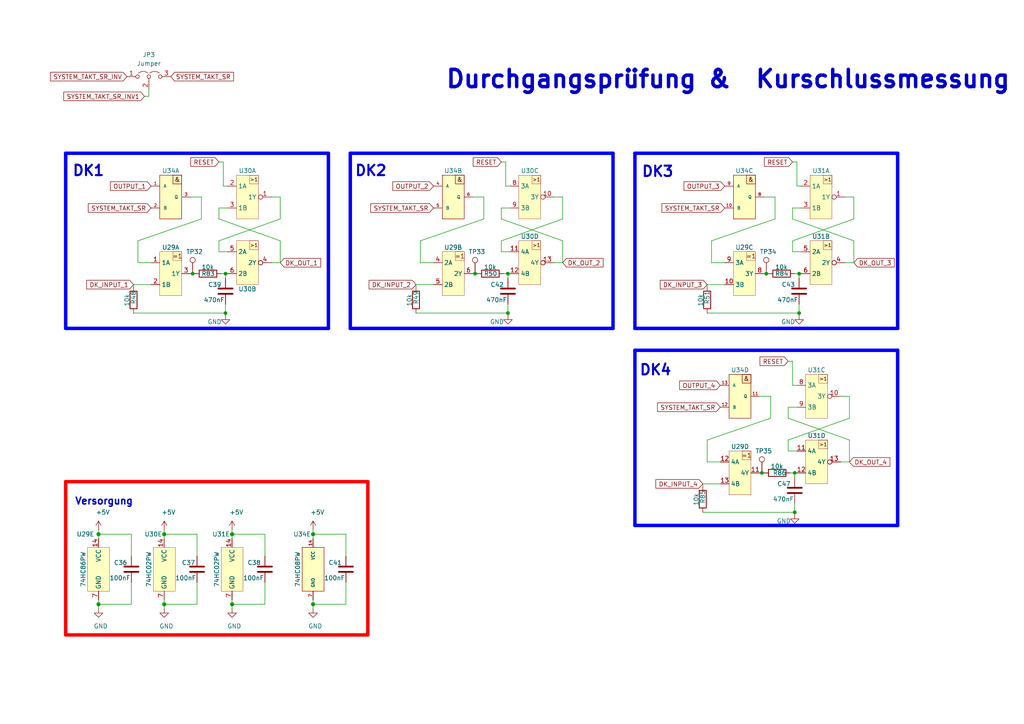
<source format=kicad_sch>
(kicad_sch (version 20210126) (generator eeschema)
  (paper "A4")
  (title_block (title "Kabeltester") (company "BMK Group") (comment 1 "Erstellt: Maximilian Hoffmann") (comment 2 "Geprüft: Robert Schulz"))
  (junction (at 28.575 154.94) (diameter 1.016))
  (junction (at 28.575 175.26) (diameter 1.016))
  (junction (at 47.625 154.94) (diameter 1.016))
  (junction (at 47.625 175.26) (diameter 1.016))
  (junction (at 55.88 79.375) (diameter 0.9144))
  (junction (at 65.405 79.375) (diameter 0.9144))
  (junction (at 65.405 90.805) (diameter 0.9144))
  (junction (at 67.31 154.94) (diameter 1.016))
  (junction (at 67.31 175.26) (diameter 1.016))
  (junction (at 90.805 154.94) (diameter 1.016))
  (junction (at 90.805 175.26) (diameter 1.016))
  (junction (at 137.795 79.375) (diameter 0.9144))
  (junction (at 147.32 79.375) (diameter 0.9144))
  (junction (at 147.32 90.805) (diameter 0.9144))
  (junction (at 220.98 137.16) (diameter 0.9144))
  (junction (at 222.25 79.375) (diameter 0.9144))
  (junction (at 230.505 137.16) (diameter 0.9144))
  (junction (at 230.505 148.59) (diameter 0.9144))
  (junction (at 231.775 79.375) (diameter 0.9144))
  (junction (at 231.775 90.805) (diameter 0.9144))
  (wire (pts (xy 28.575 154.94) (xy 28.575 153.67)))
  (wire (pts (xy 28.575 154.94) (xy 28.575 156.21)))
  (wire (pts (xy 28.575 173.99) (xy 28.575 175.26)))
  (wire (pts (xy 28.575 175.26) (xy 28.575 176.53)))
  (wire (pts (xy 38.1 154.94) (xy 28.575 154.94)))
  (wire (pts (xy 38.1 161.29) (xy 38.1 154.94)))
  (wire (pts (xy 38.1 168.91) (xy 38.1 175.26)))
  (wire (pts (xy 38.1 175.26) (xy 28.575 175.26)))
  (wire (pts (xy 38.735 82.55) (xy 38.735 83.185)))
  (wire (pts (xy 38.735 90.805) (xy 65.405 90.805)))
  (wire (pts (xy 40.005 69.85) (xy 40.005 76.2)))
  (wire (pts (xy 40.005 69.85) (xy 58.42 63.5)))
  (wire (pts (xy 40.005 76.2) (xy 43.815 76.2)))
  (wire (pts (xy 43.18 26.035) (xy 43.18 27.94)))
  (wire (pts (xy 43.18 27.94) (xy 41.91 27.94)))
  (wire (pts (xy 43.815 82.55) (xy 38.735 82.55)))
  (wire (pts (xy 47.625 154.94) (xy 47.625 153.67)))
  (wire (pts (xy 47.625 154.94) (xy 47.625 156.21)))
  (wire (pts (xy 47.625 173.99) (xy 47.625 175.26)))
  (wire (pts (xy 47.625 175.26) (xy 47.625 176.53)))
  (wire (pts (xy 55.245 57.15) (xy 58.42 57.15)))
  (wire (pts (xy 55.245 79.375) (xy 55.88 79.375)))
  (wire (pts (xy 55.88 78.74) (xy 55.88 79.375)))
  (wire (pts (xy 55.88 79.375) (xy 56.515 79.375)))
  (wire (pts (xy 57.15 154.94) (xy 47.625 154.94)))
  (wire (pts (xy 57.15 161.29) (xy 57.15 154.94)))
  (wire (pts (xy 57.15 168.91) (xy 57.15 175.26)))
  (wire (pts (xy 57.15 175.26) (xy 47.625 175.26)))
  (wire (pts (xy 58.42 57.15) (xy 58.42 63.5)))
  (wire (pts (xy 63.5 60.325) (xy 63.5 63.5)))
  (wire (pts (xy 63.5 63.5) (xy 81.28 69.85)))
  (wire (pts (xy 63.5 69.85) (xy 81.28 63.5)))
  (wire (pts (xy 63.5 73.025) (xy 63.5 69.85)))
  (wire (pts (xy 64.135 79.375) (xy 65.405 79.375)))
  (wire (pts (xy 64.77 46.99) (xy 63.5 46.99)))
  (wire (pts (xy 64.77 46.99) (xy 64.77 53.975)))
  (wire (pts (xy 64.77 53.975) (xy 66.04 53.975)))
  (wire (pts (xy 65.405 79.375) (xy 65.405 80.645)))
  (wire (pts (xy 65.405 79.375) (xy 66.04 79.375)))
  (wire (pts (xy 65.405 90.805) (xy 65.405 88.265)))
  (wire (pts (xy 65.405 90.805) (xy 65.405 91.44)))
  (wire (pts (xy 66.04 60.325) (xy 63.5 60.325)))
  (wire (pts (xy 66.04 73.025) (xy 63.5 73.025)))
  (wire (pts (xy 67.31 154.94) (xy 67.31 153.67)))
  (wire (pts (xy 67.31 154.94) (xy 67.31 156.21)))
  (wire (pts (xy 67.31 173.99) (xy 67.31 175.26)))
  (wire (pts (xy 67.31 175.26) (xy 67.31 176.53)))
  (wire (pts (xy 76.835 154.94) (xy 67.31 154.94)))
  (wire (pts (xy 76.835 161.29) (xy 76.835 154.94)))
  (wire (pts (xy 76.835 168.91) (xy 76.835 175.26)))
  (wire (pts (xy 76.835 175.26) (xy 67.31 175.26)))
  (wire (pts (xy 78.74 57.15) (xy 81.28 57.15)))
  (wire (pts (xy 78.74 76.2) (xy 81.28 76.2)))
  (wire (pts (xy 81.28 57.15) (xy 81.28 63.5)))
  (wire (pts (xy 81.28 69.85) (xy 81.28 76.2)))
  (wire (pts (xy 90.805 154.94) (xy 90.805 153.67)))
  (wire (pts (xy 90.805 154.94) (xy 90.805 156.21)))
  (wire (pts (xy 90.805 173.99) (xy 90.805 175.26)))
  (wire (pts (xy 90.805 175.26) (xy 90.805 176.53)))
  (wire (pts (xy 100.33 154.94) (xy 90.805 154.94)))
  (wire (pts (xy 100.33 161.29) (xy 100.33 154.94)))
  (wire (pts (xy 100.33 168.91) (xy 100.33 175.26)))
  (wire (pts (xy 100.33 175.26) (xy 90.805 175.26)))
  (wire (pts (xy 120.65 82.55) (xy 120.65 83.185)))
  (wire (pts (xy 120.65 90.805) (xy 147.32 90.805)))
  (wire (pts (xy 121.92 69.85) (xy 121.92 76.2)))
  (wire (pts (xy 121.92 69.85) (xy 140.335 63.5)))
  (wire (pts (xy 121.92 76.2) (xy 125.73 76.2)))
  (wire (pts (xy 125.73 82.55) (xy 120.65 82.55)))
  (wire (pts (xy 137.16 57.15) (xy 140.335 57.15)))
  (wire (pts (xy 137.16 79.375) (xy 137.795 79.375)))
  (wire (pts (xy 137.795 78.74) (xy 137.795 79.375)))
  (wire (pts (xy 137.795 79.375) (xy 138.43 79.375)))
  (wire (pts (xy 140.335 57.15) (xy 140.335 63.5)))
  (wire (pts (xy 145.415 60.325) (xy 145.415 63.5)))
  (wire (pts (xy 145.415 63.5) (xy 163.195 69.85)))
  (wire (pts (xy 145.415 69.85) (xy 163.195 63.5)))
  (wire (pts (xy 145.415 73.025) (xy 145.415 69.85)))
  (wire (pts (xy 146.05 79.375) (xy 147.32 79.375)))
  (wire (pts (xy 146.685 46.99) (xy 145.415 46.99)))
  (wire (pts (xy 146.685 46.99) (xy 146.685 53.975)))
  (wire (pts (xy 146.685 53.975) (xy 147.955 53.975)))
  (wire (pts (xy 147.32 79.375) (xy 147.32 80.645)))
  (wire (pts (xy 147.32 79.375) (xy 147.955 79.375)))
  (wire (pts (xy 147.32 90.805) (xy 147.32 88.265)))
  (wire (pts (xy 147.32 90.805) (xy 147.32 91.44)))
  (wire (pts (xy 147.955 60.325) (xy 145.415 60.325)))
  (wire (pts (xy 147.955 73.025) (xy 145.415 73.025)))
  (wire (pts (xy 160.655 57.15) (xy 163.195 57.15)))
  (wire (pts (xy 160.655 76.2) (xy 163.195 76.2)))
  (wire (pts (xy 163.195 57.15) (xy 163.195 63.5)))
  (wire (pts (xy 163.195 69.85) (xy 163.195 76.2)))
  (wire (pts (xy 203.835 140.335) (xy 203.835 140.97)))
  (wire (pts (xy 203.835 148.59) (xy 230.505 148.59)))
  (wire (pts (xy 205.105 82.55) (xy 205.105 83.185)))
  (wire (pts (xy 205.105 90.805) (xy 231.775 90.805)))
  (wire (pts (xy 205.105 127.635) (xy 205.105 133.985)))
  (wire (pts (xy 205.105 127.635) (xy 223.52 121.285)))
  (wire (pts (xy 205.105 133.985) (xy 208.915 133.985)))
  (wire (pts (xy 206.375 69.85) (xy 206.375 76.2)))
  (wire (pts (xy 206.375 69.85) (xy 224.79 63.5)))
  (wire (pts (xy 206.375 76.2) (xy 210.185 76.2)))
  (wire (pts (xy 208.915 140.335) (xy 203.835 140.335)))
  (wire (pts (xy 210.185 82.55) (xy 205.105 82.55)))
  (wire (pts (xy 220.345 114.935) (xy 223.52 114.935)))
  (wire (pts (xy 220.345 137.16) (xy 220.98 137.16)))
  (wire (pts (xy 220.98 136.525) (xy 220.98 137.16)))
  (wire (pts (xy 220.98 137.16) (xy 221.615 137.16)))
  (wire (pts (xy 221.615 57.15) (xy 224.79 57.15)))
  (wire (pts (xy 221.615 79.375) (xy 222.25 79.375)))
  (wire (pts (xy 222.25 78.74) (xy 222.25 79.375)))
  (wire (pts (xy 222.25 79.375) (xy 222.885 79.375)))
  (wire (pts (xy 223.52 114.935) (xy 223.52 121.285)))
  (wire (pts (xy 224.79 57.15) (xy 224.79 63.5)))
  (wire (pts (xy 228.6 118.11) (xy 228.6 121.285)))
  (wire (pts (xy 228.6 121.285) (xy 246.38 127.635)))
  (wire (pts (xy 228.6 127.635) (xy 246.38 121.285)))
  (wire (pts (xy 228.6 130.81) (xy 228.6 127.635)))
  (wire (pts (xy 229.235 137.16) (xy 230.505 137.16)))
  (wire (pts (xy 229.87 60.325) (xy 229.87 63.5)))
  (wire (pts (xy 229.87 63.5) (xy 247.65 69.85)))
  (wire (pts (xy 229.87 69.85) (xy 247.65 63.5)))
  (wire (pts (xy 229.87 73.025) (xy 229.87 69.85)))
  (wire (pts (xy 229.87 104.775) (xy 228.6 104.775)))
  (wire (pts (xy 229.87 104.775) (xy 229.87 111.76)))
  (wire (pts (xy 229.87 111.76) (xy 231.14 111.76)))
  (wire (pts (xy 230.505 79.375) (xy 231.775 79.375)))
  (wire (pts (xy 230.505 137.16) (xy 230.505 138.43)))
  (wire (pts (xy 230.505 137.16) (xy 231.14 137.16)))
  (wire (pts (xy 230.505 148.59) (xy 230.505 146.05)))
  (wire (pts (xy 230.505 148.59) (xy 230.505 149.225)))
  (wire (pts (xy 231.14 46.99) (xy 229.87 46.99)))
  (wire (pts (xy 231.14 46.99) (xy 231.14 53.975)))
  (wire (pts (xy 231.14 53.975) (xy 232.41 53.975)))
  (wire (pts (xy 231.14 118.11) (xy 228.6 118.11)))
  (wire (pts (xy 231.14 130.81) (xy 228.6 130.81)))
  (wire (pts (xy 231.775 79.375) (xy 231.775 80.645)))
  (wire (pts (xy 231.775 79.375) (xy 232.41 79.375)))
  (wire (pts (xy 231.775 90.805) (xy 231.775 88.265)))
  (wire (pts (xy 231.775 90.805) (xy 231.775 91.44)))
  (wire (pts (xy 232.41 60.325) (xy 229.87 60.325)))
  (wire (pts (xy 232.41 73.025) (xy 229.87 73.025)))
  (wire (pts (xy 243.84 114.935) (xy 246.38 114.935)))
  (wire (pts (xy 243.84 133.985) (xy 246.38 133.985)))
  (wire (pts (xy 245.11 57.15) (xy 247.65 57.15)))
  (wire (pts (xy 245.11 76.2) (xy 247.65 76.2)))
  (wire (pts (xy 246.38 114.935) (xy 246.38 121.285)))
  (wire (pts (xy 246.38 127.635) (xy 246.38 133.985)))
  (wire (pts (xy 247.65 57.15) (xy 247.65 63.5)))
  (wire (pts (xy 247.65 69.85) (xy 247.65 76.2)))
  (polyline (pts (xy 19.05 44.45) (xy 19.05 95.25)) (stroke (width 1) (type solid) (color 0 0 255 1)))
  (polyline (pts (xy 19.05 44.45) (xy 95.25 44.45)) (stroke (width 1) (type solid) (color 0 0 255 1)))
  (polyline (pts (xy 19.05 139.7) (xy 19.05 184.15)) (stroke (width 1) (type solid) (color 255 0 0 1)))
  (polyline (pts (xy 19.05 139.7) (xy 106.68 139.7)) (stroke (width 1) (type solid) (color 255 0 0 1)))
  (polyline (pts (xy 95.25 44.45) (xy 95.25 95.25)) (stroke (width 1) (type solid) (color 0 0 255 1)))
  (polyline (pts (xy 95.25 95.25) (xy 19.05 95.25)) (stroke (width 1) (type solid) (color 0 0 255 1)))
  (polyline (pts (xy 101.6 44.45) (xy 101.6 95.25)) (stroke (width 1) (type solid) (color 0 0 255 1)))
  (polyline (pts (xy 101.6 44.45) (xy 177.8 44.45)) (stroke (width 1) (type solid) (color 0 0 255 1)))
  (polyline (pts (xy 106.68 139.7) (xy 106.68 184.15)) (stroke (width 1) (type solid) (color 255 0 0 1)))
  (polyline (pts (xy 106.68 184.15) (xy 19.05 184.15)) (stroke (width 1) (type solid) (color 255 0 0 1)))
  (polyline (pts (xy 177.8 44.45) (xy 177.8 95.25)) (stroke (width 1) (type solid) (color 0 0 255 1)))
  (polyline (pts (xy 177.8 95.25) (xy 101.6 95.25)) (stroke (width 1) (type solid) (color 0 0 255 1)))
  (polyline (pts (xy 184.15 44.45) (xy 184.15 95.25)) (stroke (width 1) (type solid) (color 0 0 255 1)))
  (polyline (pts (xy 184.15 44.45) (xy 260.35 44.45)) (stroke (width 1) (type solid) (color 0 0 255 1)))
  (polyline (pts (xy 184.15 101.6) (xy 184.15 152.4)) (stroke (width 1) (type solid) (color 0 0 255 1)))
  (polyline (pts (xy 184.15 101.6) (xy 260.35 101.6)) (stroke (width 1) (type solid) (color 0 0 255 1)))
  (polyline (pts (xy 260.35 44.45) (xy 260.35 95.25)) (stroke (width 1) (type solid) (color 0 0 255 1)))
  (polyline (pts (xy 260.35 95.25) (xy 184.15 95.25)) (stroke (width 1) (type solid) (color 0 0 255 1)))
  (polyline (pts (xy 260.35 101.6) (xy 260.35 152.4)) (stroke (width 1) (type solid) (color 0 0 255 1)))
  (polyline (pts (xy 260.35 152.4) (xy 184.15 152.4)) (stroke (width 1) (type solid) (color 0 0 255 1)))
  (text "DK1" (at 30.48 51.435 180) (effects (font (size 3 3) (thickness 0.6) bold) (justify right bottom)))
  (text "Versorgung" (at 38.735 146.685 180) (effects (font (size 2 2) (thickness 0.4) bold) (justify right bottom)))
  (text "DK2\n" (at 112.395 51.435 180) (effects (font (size 3 3) (thickness 0.6) bold) (justify right bottom)))
  (text "DK4\n" (at 194.945 109.22 180) (effects (font (size 3 3) (thickness 0.6) bold) (justify right bottom)))
  (text "DK3\n\n" (at 195.58 56.515 180) (effects (font (size 3 3) (thickness 0.6) bold) (justify right bottom)))
  (text "Durchgangsprüfung &  Kurschlussmessung\n" (at 293.37 26.035 180) (effects (font (size 5 5) (thickness 1) bold) (justify right bottom)))
  (global_label "SYSTEM_TAKT_SR_INV" (shape input) (at 36.83 22.225 180) (property "Intersheet References" "${INTERSHEET_REFS}" (effects hide)))
  (global_label "DK_INPUT_1" (shape input) (at 38.735 82.55 180) (property "Intersheet References" "${INTERSHEET_REFS}" (effects hide)))
  (global_label "SYSTEM_TAKT_SR_INV1" (shape input) (at 41.91 27.94 180) (property "Intersheet References" "${INTERSHEET_REFS}" (effects hide)))
  (global_label "OUTPUT_1" (shape input) (at 43.815 53.975 180) (property "Intersheet References" "${INTERSHEET_REFS}" (effects hide)))
  (global_label "SYSTEM_TAKT_SR" (shape input) (at 43.815 60.325 180) (property "Intersheet References" "${INTERSHEET_REFS}" (effects hide)))
  (global_label "SYSTEM_TAKT_SR" (shape input) (at 49.53 22.225 0) (property "Intersheet References" "${INTERSHEET_REFS}" (effects hide)))
  (global_label "RESET" (shape input) (at 63.5 46.99 180) (property "Intersheet References" "${INTERSHEET_REFS}" (effects hide)))
  (global_label "DK_OUT_1" (shape input) (at 81.28 76.2 0) (property "Intersheet References" "${INTERSHEET_REFS}" (effects hide)))
  (global_label "DK_INPUT_2" (shape input) (at 120.65 82.55 180) (property "Intersheet References" "${INTERSHEET_REFS}" (effects hide)))
  (global_label "OUTPUT_2" (shape input) (at 125.73 53.975 180) (property "Intersheet References" "${INTERSHEET_REFS}" (effects hide)))
  (global_label "SYSTEM_TAKT_SR" (shape input) (at 125.73 60.325 180) (property "Intersheet References" "${INTERSHEET_REFS}" (effects hide)))
  (global_label "RESET" (shape input) (at 145.415 46.99 180) (property "Intersheet References" "${INTERSHEET_REFS}" (effects hide)))
  (global_label "DK_OUT_2" (shape input) (at 163.195 76.2 0) (property "Intersheet References" "${INTERSHEET_REFS}" (effects hide)))
  (global_label "DK_INPUT_4" (shape input) (at 203.835 140.335 180) (property "Intersheet References" "${INTERSHEET_REFS}" (effects hide)))
  (global_label "DK_INPUT_3" (shape input) (at 205.105 82.55 180) (property "Intersheet References" "${INTERSHEET_REFS}" (effects hide)))
  (global_label "OUTPUT_4" (shape input) (at 208.915 111.76 180) (property "Intersheet References" "${INTERSHEET_REFS}" (effects hide)))
  (global_label "SYSTEM_TAKT_SR" (shape input) (at 208.915 118.11 180) (property "Intersheet References" "${INTERSHEET_REFS}" (effects hide)))
  (global_label "OUTPUT_3" (shape input) (at 210.185 53.975 180) (property "Intersheet References" "${INTERSHEET_REFS}" (effects hide)))
  (global_label "SYSTEM_TAKT_SR" (shape input) (at 210.185 60.325 180) (property "Intersheet References" "${INTERSHEET_REFS}" (effects hide)))
  (global_label "RESET" (shape input) (at 228.6 104.775 180) (property "Intersheet References" "${INTERSHEET_REFS}" (effects hide)))
  (global_label "RESET" (shape input) (at 229.87 46.99 180) (property "Intersheet References" "${INTERSHEET_REFS}" (effects hide)))
  (global_label "DK_OUT_4" (shape input) (at 246.38 133.985 0) (property "Intersheet References" "${INTERSHEET_REFS}" (effects hide)))
  (global_label "DK_OUT_3" (shape input) (at 247.65 76.2 0) (property "Intersheet References" "${INTERSHEET_REFS}" (effects hide)))
  (symbol (lib_id "Connector:TestPoint") (at 55.88 78.74 0) (unit 1)
    (property "Reference" "TP32" (at 53.975 73.025 0) (effects (justify left)))
    (property "Value" "TestPoint" (effects hide))
    (property "Footprint" "TestPoint:TestPoint_Pad_D1.0mm" (effects hide))
    (property "BMK-Nr" "-" (effects hide))
    (property "Mouser" "-" (effects hide))
  )
  (symbol (lib_id "Connector:TestPoint") (at 137.795 78.74 0) (unit 1)
    (property "Reference" "TP33" (at 135.89 73.025 0) (effects (justify left)))
    (property "Value" "TestPoint" (effects hide))
    (property "Footprint" "TestPoint:TestPoint_Pad_D1.0mm" (effects hide))
    (property "BMK-Nr" "-" (effects hide))
    (property "Mouser" "-" (effects hide))
  )
  (symbol (lib_id "Connector:TestPoint") (at 220.98 136.525 0) (unit 1)
    (property "Reference" "TP35" (at 219.075 130.81 0) (effects (justify left)))
    (property "Value" "TestPoint" (effects hide))
    (property "Footprint" "TestPoint:TestPoint_Pad_D1.0mm" (effects hide))
    (property "BMK-Nr" "-" (effects hide))
    (property "Mouser" "-" (effects hide))
  )
  (symbol (lib_id "Connector:TestPoint") (at 222.25 78.74 0) (unit 1)
    (property "Reference" "TP34" (at 220.345 73.025 0) (effects (justify left)))
    (property "Value" "TestPoint" (effects hide))
    (property "Footprint" "TestPoint:TestPoint_Pad_D1.0mm" (effects hide))
    (property "BMK-Nr" "-" (effects hide))
    (property "Mouser" "-" (effects hide))
  )
  (symbol (lib_id "power:+5V") (at 28.575 153.67 0) (unit 1)
    (property "Reference" "#PWR0112" (effects hide))
    (property "Value" "+5V" (at 29.845 148.59 0))
  )
  (symbol (lib_id "power:+5V") (at 47.625 153.67 0) (unit 1)
    (property "Reference" "#PWR0115" (effects hide))
    (property "Value" "+5V" (at 48.895 148.59 0))
  )
  (symbol (lib_id "power:+5V") (at 67.31 153.67 0) (unit 1)
    (property "Reference" "#PWR0117" (effects hide))
    (property "Value" "+5V" (at 68.58 148.59 0))
  )
  (symbol (lib_id "power:+5V") (at 90.805 153.67 0) (unit 1)
    (property "Reference" "#PWR0119" (effects hide))
    (property "Value" "+5V" (at 92.075 148.59 0))
  )
  (symbol (lib_id "power:GND") (at 28.575 176.53 0) (unit 1)
    (property "Reference" "#PWR0113" (effects hide))
    (property "Value" "GND" (at 29.21 181.61 0))
  )
  (symbol (lib_id "power:GND") (at 47.625 176.53 0) (unit 1)
    (property "Reference" "#PWR0116" (effects hide))
    (property "Value" "GND" (at 48.26 181.61 0))
  )
  (symbol (lib_id "power:GND") (at 65.405 91.44 0) (unit 1)
    (property "Reference" "#PWR071" (effects hide))
    (property "Value" "GND" (at 62.23 93.345 0))
  )
  (symbol (lib_id "power:GND") (at 67.31 176.53 0) (unit 1)
    (property "Reference" "#PWR0118" (effects hide))
    (property "Value" "GND" (at 67.945 181.61 0))
  )
  (symbol (lib_id "power:GND") (at 90.805 176.53 0) (unit 1)
    (property "Reference" "#PWR0120" (effects hide))
    (property "Value" "GND" (at 91.44 181.61 0))
  )
  (symbol (lib_id "power:GND") (at 147.32 91.44 0) (unit 1)
    (property "Reference" "#PWR0121" (effects hide))
    (property "Value" "GND" (at 144.145 93.345 0))
  )
  (symbol (lib_id "power:GND") (at 230.505 149.225 0) (unit 1)
    (property "Reference" "#PWR0123" (effects hide))
    (property "Value" "GND" (at 227.33 151.13 0))
  )
  (symbol (lib_id "power:GND") (at 231.775 91.44 0) (unit 1)
    (property "Reference" "#PWR0122" (effects hide))
    (property "Value" "GND" (at 228.6 93.345 0))
  )
  (symbol (lib_name "Device:R_1") (lib_id "Device:R") (at 38.735 86.995 0) (unit 1)
    (property "Reference" "R48" (at 38.735 88.265 90) (effects (justify left)))
    (property "Value" "10k" (at 36.83 88.9 90) (effects (justify left)))
    (property "Footprint" "Resistor_SMD:R_0603_1608Metric_Pad0.98x0.95mm_HandSolder" (effects hide))
    (property "BMK-Nr" "BS" (effects hide))
    (property "Mouser" "-" (effects hide))
  )
  (symbol (lib_name "Device:R_1") (lib_id "Device:R") (at 60.325 79.375 270) (unit 1)
    (property "Reference" "R83" (at 58.42 79.375 90) (effects (justify left)))
    (property "Value" "10k" (at 58.42 77.47 90) (effects (justify left)))
    (property "Footprint" "Resistor_SMD:R_0603_1608Metric_Pad0.98x0.95mm_HandSolder" (effects hide))
    (property "BMK-Nr" "BS" (effects hide))
    (property "Mouser" "-" (effects hide))
  )
  (symbol (lib_name "Device:R_1") (lib_id "Device:R") (at 120.65 86.995 0) (unit 1)
    (property "Reference" "R49" (at 120.65 88.265 90) (effects (justify left)))
    (property "Value" "10k" (at 118.745 88.9 90) (effects (justify left)))
    (property "Footprint" "Resistor_SMD:R_0603_1608Metric_Pad0.98x0.95mm_HandSolder" (effects hide))
    (property "BMK-Nr" "BS" (effects hide))
    (property "Mouser" "-" (effects hide))
  )
  (symbol (lib_name "Device:R_1") (lib_id "Device:R") (at 142.24 79.375 270) (unit 1)
    (property "Reference" "R50" (at 140.335 79.375 90) (effects (justify left)))
    (property "Value" "10k" (at 140.335 77.47 90) (effects (justify left)))
    (property "Footprint" "Resistor_SMD:R_0603_1608Metric_Pad0.98x0.95mm_HandSolder" (effects hide))
    (property "BMK-Nr" "BS" (effects hide))
    (property "Mouser" "-" (effects hide))
  )
  (symbol (lib_name "Device:R_1") (lib_id "Device:R") (at 203.835 144.78 0) (unit 1)
    (property "Reference" "R85" (at 203.835 146.05 90) (effects (justify left)))
    (property "Value" "10k" (at 201.93 146.685 90) (effects (justify left)))
    (property "Footprint" "Resistor_SMD:R_0603_1608Metric_Pad0.98x0.95mm_HandSolder" (effects hide))
    (property "BMK-Nr" "BS" (effects hide))
    (property "Mouser" "-" (effects hide))
  )
  (symbol (lib_name "Device:R_1") (lib_id "Device:R") (at 205.105 86.995 0) (unit 1)
    (property "Reference" "R51" (at 205.105 88.265 90) (effects (justify left)))
    (property "Value" "10k" (at 203.2 88.9 90) (effects (justify left)))
    (property "Footprint" "Resistor_SMD:R_0603_1608Metric_Pad0.98x0.95mm_HandSolder" (effects hide))
    (property "BMK-Nr" "BS" (effects hide))
    (property "Mouser" "-" (effects hide))
  )
  (symbol (lib_name "Device:R_1") (lib_id "Device:R") (at 225.425 137.16 270) (unit 1)
    (property "Reference" "R86" (at 224.155 137.16 90) (effects (justify left)))
    (property "Value" "10k" (at 223.52 135.255 90) (effects (justify left)))
    (property "Footprint" "Resistor_SMD:R_0603_1608Metric_Pad0.98x0.95mm_HandSolder" (effects hide))
    (property "BMK-Nr" "BS" (effects hide))
    (property "Mouser" "-" (effects hide))
  )
  (symbol (lib_name "Device:R_1") (lib_id "Device:R") (at 226.695 79.375 270) (unit 1)
    (property "Reference" "R84" (at 224.79 79.375 90) (effects (justify left)))
    (property "Value" "10k" (at 224.79 77.47 90) (effects (justify left)))
    (property "Footprint" "Resistor_SMD:R_0603_1608Metric_Pad0.98x0.95mm_HandSolder" (effects hide))
    (property "BMK-Nr" "BS" (effects hide))
    (property "Mouser" "-" (effects hide))
  )
  (symbol (lib_name "Device:C_5") (lib_id "Device:C") (at 38.1 165.1 0) (unit 1)
    (property "Reference" "C36" (at 33.02 163.195 0) (effects (justify left)))
    (property "Value" "100nF" (at 31.75 167.64 0) (effects (justify left)))
    (property "Footprint" "Capacitor_SMD:C_0603_1608Metric_Pad1.08x0.95mm_HandSolder" (effects hide))
    (property "BMK-Nr" "BS" (effects hide))
  )
  (symbol (lib_name "Device:C_7") (lib_id "Device:C") (at 57.15 165.1 0) (unit 1)
    (property "Reference" "C37" (at 52.705 163.195 0) (effects (justify left)))
    (property "Value" "100nF" (at 50.8 167.64 0) (effects (justify left)))
    (property "Footprint" "Capacitor_SMD:C_0603_1608Metric_Pad1.08x0.95mm_HandSolder" (effects hide))
    (property "BMK-Nr" "BS" (effects hide))
  )
  (symbol (lib_name "Device:C_5") (lib_id "Device:C") (at 65.405 84.455 0) (unit 1)
    (property "Reference" "C39" (at 60.325 82.55 0) (effects (justify left)))
    (property "Value" "470nF" (at 59.055 86.995 0) (effects (justify left)))
    (property "Footprint" "Capacitor_SMD:C_0603_1608Metric_Pad1.08x0.95mm_HandSolder" (effects hide))
    (property "BMK-Nr" "BS" (effects hide))
  )
  (symbol (lib_name "Device:C_6") (lib_id "Device:C") (at 76.835 165.1 0) (unit 1)
    (property "Reference" "C38" (at 71.755 163.195 0) (effects (justify left)))
    (property "Value" "100nF" (at 70.485 167.64 0) (effects (justify left)))
    (property "Footprint" "Capacitor_SMD:C_0603_1608Metric_Pad1.08x0.95mm_HandSolder" (effects hide))
    (property "BMK-Nr" "BS" (effects hide))
  )
  (symbol (lib_name "Device:C_6") (lib_id "Device:C") (at 100.33 165.1 0) (unit 1)
    (property "Reference" "C41" (at 95.25 163.195 0) (effects (justify left)))
    (property "Value" "100nF" (at 93.98 167.64 0) (effects (justify left)))
    (property "Footprint" "Capacitor_SMD:C_0603_1608Metric_Pad1.08x0.95mm_HandSolder" (effects hide))
    (property "BMK-Nr" "BS" (effects hide))
  )
  (symbol (lib_name "Device:C_5") (lib_id "Device:C") (at 147.32 84.455 0) (unit 1)
    (property "Reference" "C42" (at 142.24 82.55 0) (effects (justify left)))
    (property "Value" "470nF" (at 140.97 86.995 0) (effects (justify left)))
    (property "Footprint" "Capacitor_SMD:C_0603_1608Metric_Pad1.08x0.95mm_HandSolder" (effects hide))
    (property "BMK-Nr" "BS" (effects hide))
  )
  (symbol (lib_name "Device:C_5") (lib_id "Device:C") (at 230.505 142.24 0) (unit 1)
    (property "Reference" "C47" (at 225.425 140.335 0) (effects (justify left)))
    (property "Value" "470nF" (at 224.155 144.78 0) (effects (justify left)))
    (property "Footprint" "Capacitor_SMD:C_0603_1608Metric_Pad1.08x0.95mm_HandSolder" (effects hide))
    (property "BMK-Nr" "BS" (effects hide))
  )
  (symbol (lib_name "Device:C_5") (lib_id "Device:C") (at 231.775 84.455 0) (unit 1)
    (property "Reference" "C43" (at 226.695 82.55 0) (effects (justify left)))
    (property "Value" "470nF" (at 225.425 86.995 0) (effects (justify left)))
    (property "Footprint" "Capacitor_SMD:C_0603_1608Metric_Pad1.08x0.95mm_HandSolder" (effects hide))
    (property "BMK-Nr" "BS" (effects hide))
  )
  (symbol (lib_id "Jumper:Jumper_3_Open") (at 43.18 22.225 0) (unit 1)
    (property "Reference" "JP3" (at 43.18 15.875 0))
    (property "Value" "Jumper" (at 43.18 18.415 0))
    (property "Footprint" "Jumper:SolderJumper-3_P1.3mm_Open_RoundedPad1.0x1.5mm" (effects hide))
  )
  (symbol (lib_id "Kabeltester:74HC08PW") (at 90.805 165.1 0) (unit 5)
    (property "Reference" "U34" (at 87.63 154.94 0))
    (property "Value" "74HC08PW" (at 86.36 165.1 90))
    (property "Footprint" "Package_SO:TSSOP-14_4.4x5mm_P0.65mm" (effects hide))
    (property "Datasheet" "https://www.ti.com/lit/ds/symlink/sn74hc08-q1.pdf?HQS=dis-mous-null-mousermode-dsf-pf-null-wwe&ts=1614454333862&ref_url=https%253A%252F%252Fwww.mouser.de%252F" (effects hide))
    (property "BMK-Nr" "06-0975" (effects hide))
    (property "Mouser" "771-HC08PW118" (effects hide))
    (property "Stromaufnahme" "2uA" (effects hide))
  )
  (symbol (lib_id "Kabeltester:74HC86PW") (at 28.575 165.1 0) (unit 5)
    (property "Reference" "U29" (at 24.765 154.94 0))
    (property "Value" "74HC86PW" (at 24.13 165.1 90))
    (property "Footprint" "Package_SO:TSSOP-14_4.4x5mm_P0.65mm" (effects hide))
    (property "Datasheet" "https://www.mouser.de/datasheet/2/916/74HC_HCT86-1319799.pdf" (effects hide))
    (property "BMK-Nr" "06-3524-1" (effects hide))
    (property "Mouser" "771-HC86PW118" (effects hide))
    (property "Stromaufnahme" "0.1uA" (effects hide))
  )
  (symbol (lib_name "Kabeltester:74HC02PW_3") (lib_id "Kabeltester:74HC02PW") (at 47.625 165.1 0) (unit 5)
    (property "Reference" "U30" (at 44.45 154.94 0))
    (property "Value" "74HC02PW" (at 43.18 165.1 90))
    (property "Footprint" "Package_SO:TSSOP-14_4.4x5mm_P0.65mm" (effects hide))
    (property "Datasheet" "https://www.mouser.de/datasheet/2/916/74AHC_AHCT02-1597343.pdf" (effects hide))
    (property "BMK-Nr" "06-0471-1" (effects hide))
    (property "Mouser" "771-74AHC02PW-T" (effects hide))
    (property "Stromaufnahme" "2uA" (effects hide))
  )
  (symbol (lib_name "Kabeltester:74HC02PW_4") (lib_id "Kabeltester:74HC02PW") (at 67.31 165.1 0) (unit 5)
    (property "Reference" "U31" (at 64.135 154.94 0))
    (property "Value" "74HC02PW" (at 62.865 165.1 90))
    (property "Footprint" "Package_SO:TSSOP-14_4.4x5mm_P0.65mm" (effects hide))
    (property "Datasheet" "https://www.mouser.de/datasheet/2/916/74AHC_AHCT02-1597343.pdf" (effects hide))
    (property "BMK-Nr" "06-0471-1" (effects hide))
    (property "Mouser" "771-74AHC02PW-T" (effects hide))
    (property "Stromaufnahme" "2uA" (effects hide))
  )
  (symbol (lib_id "Kabeltester:74HC08PW") (at 49.53 57.15 0) (unit 1)
    (property "Reference" "U34" (at 49.53 49.53 0))
    (property "Value" "74HC08PW" (effects hide))
    (property "Footprint" "Package_SO:TSSOP-14_4.4x5mm_P0.65mm" (effects hide))
    (property "Datasheet" "https://www.ti.com/lit/ds/symlink/sn74hc08-q1.pdf?HQS=dis-mous-null-mousermode-dsf-pf-null-wwe&ts=1614454333862&ref_url=https%253A%252F%252Fwww.mouser.de%252F" (effects hide))
    (property "BMK-Nr" "06-0975" (effects hide))
    (property "Mouser" "771-HC08PW118" (effects hide))
    (property "Stromaufnahme" "2uA" (effects hide))
  )
  (symbol (lib_id "Kabeltester:74HC08PW") (at 131.445 57.15 0) (unit 2)
    (property "Reference" "U34" (at 131.445 49.53 0))
    (property "Value" "74HC08PW" (effects hide))
    (property "Footprint" "Package_SO:TSSOP-14_4.4x5mm_P0.65mm" (effects hide))
    (property "Datasheet" "https://www.ti.com/lit/ds/symlink/sn74hc08-q1.pdf?HQS=dis-mous-null-mousermode-dsf-pf-null-wwe&ts=1614454333862&ref_url=https%253A%252F%252Fwww.mouser.de%252F" (effects hide))
    (property "BMK-Nr" "06-0975" (effects hide))
    (property "Mouser" "771-HC08PW118" (effects hide))
    (property "Stromaufnahme" "2uA" (effects hide))
  )
  (symbol (lib_id "Kabeltester:74HC08PW") (at 214.63 114.935 0) (unit 4)
    (property "Reference" "U34" (at 214.63 107.315 0))
    (property "Value" "74HC08PW" (effects hide))
    (property "Footprint" "Package_SO:TSSOP-14_4.4x5mm_P0.65mm" (effects hide))
    (property "Datasheet" "https://www.ti.com/lit/ds/symlink/sn74hc08-q1.pdf?HQS=dis-mous-null-mousermode-dsf-pf-null-wwe&ts=1614454333862&ref_url=https%253A%252F%252Fwww.mouser.de%252F" (effects hide))
    (property "BMK-Nr" "06-0975" (effects hide))
    (property "Mouser" "771-HC08PW118" (effects hide))
    (property "Stromaufnahme" "2uA" (effects hide))
  )
  (symbol (lib_id "Kabeltester:74HC08PW") (at 215.9 57.15 0) (unit 3)
    (property "Reference" "U34" (at 215.9 49.53 0))
    (property "Value" "74HC08PW" (effects hide))
    (property "Footprint" "Package_SO:TSSOP-14_4.4x5mm_P0.65mm" (effects hide))
    (property "Datasheet" "https://www.ti.com/lit/ds/symlink/sn74hc08-q1.pdf?HQS=dis-mous-null-mousermode-dsf-pf-null-wwe&ts=1614454333862&ref_url=https%253A%252F%252Fwww.mouser.de%252F" (effects hide))
    (property "BMK-Nr" "06-0975" (effects hide))
    (property "Mouser" "771-HC08PW118" (effects hide))
    (property "Stromaufnahme" "2uA" (effects hide))
  )
  (symbol (lib_id "Kabeltester:74HC86PW") (at 49.53 79.375 0) (unit 1)
    (property "Reference" "U29" (at 49.53 71.755 0))
    (property "Value" "74HC86PW" (effects hide))
    (property "Footprint" "Package_SO:TSSOP-14_4.4x5mm_P0.65mm" (effects hide))
    (property "Datasheet" "https://www.mouser.de/datasheet/2/916/74HC_HCT86-1319799.pdf" (effects hide))
    (property "BMK-Nr" "06-3524-1" (effects hide))
    (property "Mouser" "771-HC86PW118" (effects hide))
    (property "Stromaufnahme" "0.1uA" (effects hide))
  )
  (symbol (lib_id "Kabeltester:74HC86PW") (at 131.445 79.375 0) (unit 2)
    (property "Reference" "U29" (at 131.445 71.755 0))
    (property "Value" "74HC86PW" (effects hide))
    (property "Footprint" "Package_SO:TSSOP-14_4.4x5mm_P0.65mm" (effects hide))
    (property "Datasheet" "https://www.mouser.de/datasheet/2/916/74HC_HCT86-1319799.pdf" (effects hide))
    (property "BMK-Nr" "06-3524-1" (effects hide))
    (property "Mouser" "771-HC86PW118" (effects hide))
    (property "Stromaufnahme" "0.1uA" (effects hide))
  )
  (symbol (lib_id "Kabeltester:74HC86PW") (at 214.63 137.16 0) (unit 4)
    (property "Reference" "U29" (at 214.63 129.54 0))
    (property "Value" "74HC86PW" (effects hide))
    (property "Footprint" "Package_SO:TSSOP-14_4.4x5mm_P0.65mm" (effects hide))
    (property "Datasheet" "https://www.mouser.de/datasheet/2/916/74HC_HCT86-1319799.pdf" (effects hide))
    (property "BMK-Nr" "06-3524-1" (effects hide))
    (property "Mouser" "771-HC86PW118" (effects hide))
    (property "Stromaufnahme" "0.1uA" (effects hide))
  )
  (symbol (lib_id "Kabeltester:74HC86PW") (at 215.9 79.375 0) (unit 3)
    (property "Reference" "U29" (at 215.9 71.755 0))
    (property "Value" "74HC86PW" (effects hide))
    (property "Footprint" "Package_SO:TSSOP-14_4.4x5mm_P0.65mm" (effects hide))
    (property "Datasheet" "https://www.mouser.de/datasheet/2/916/74HC_HCT86-1319799.pdf" (effects hide))
    (property "BMK-Nr" "06-3524-1" (effects hide))
    (property "Mouser" "771-HC86PW118" (effects hide))
    (property "Stromaufnahme" "0.1uA" (effects hide))
  )
  (symbol (lib_name "Kabeltester:74HC02PW_1") (lib_id "Kabeltester:74HC02PW") (at 71.755 57.15 0) (unit 1)
    (property "Reference" "U30" (at 71.755 49.53 0))
    (property "Value" "74HC02PW" (effects hide))
    (property "Footprint" "Package_SO:TSSOP-14_4.4x5mm_P0.65mm" (effects hide))
    (property "Datasheet" "https://www.mouser.de/datasheet/2/916/74AHC_AHCT02-1597343.pdf" (effects hide))
    (property "BMK-Nr" "06-0471-1" (effects hide))
    (property "Mouser" "771-74AHC02PW-T" (effects hide))
    (property "Stromaufnahme" "2uA" (effects hide))
  )
  (symbol (lib_name "Kabeltester:74HC02PW_2") (lib_id "Kabeltester:74HC02PW") (at 71.755 76.2 0) (unit 2)
    (property "Reference" "U30" (at 71.755 83.82 0))
    (property "Value" "74HC02PW" (effects hide))
    (property "Footprint" "Package_SO:TSSOP-14_4.4x5mm_P0.65mm" (effects hide))
    (property "Datasheet" "https://www.mouser.de/datasheet/2/916/74AHC_AHCT02-1597343.pdf" (effects hide))
    (property "BMK-Nr" "06-0471-1" (effects hide))
    (property "Mouser" "771-74AHC02PW-T" (effects hide))
    (property "Stromaufnahme" "2uA" (effects hide))
  )
  (symbol (lib_id "Kabeltester:74HC02PW") (at 153.67 57.15 0) (unit 3)
    (property "Reference" "U30" (at 153.67 49.53 0))
    (property "Value" "74HC02PW" (effects hide))
    (property "Footprint" "Package_SO:TSSOP-14_4.4x5mm_P0.65mm" (effects hide))
    (property "Datasheet" "https://www.mouser.de/datasheet/2/916/74AHC_AHCT02-1597343.pdf" (effects hide))
    (property "BMK-Nr" "06-0471-1" (effects hide))
    (property "Mouser" "771-74AHC02PW-T" (effects hide))
    (property "Stromaufnahme" "2uA" (effects hide))
  )
  (symbol (lib_name "Kabeltester:74HC02PW_9") (lib_id "Kabeltester:74HC02PW") (at 153.67 76.2 0) (unit 4)
    (property "Reference" "U30" (at 153.67 68.58 0))
    (property "Value" "74HC02PW" (effects hide))
    (property "Footprint" "Package_SO:TSSOP-14_4.4x5mm_P0.65mm" (effects hide))
    (property "Datasheet" "https://www.mouser.de/datasheet/2/916/74AHC_AHCT02-1597343.pdf" (effects hide))
    (property "BMK-Nr" "06-0471-1" (effects hide))
    (property "Mouser" "771-74AHC02PW-T" (effects hide))
    (property "Stromaufnahme" "2uA" (effects hide))
  )
  (symbol (lib_name "Kabeltester:74HC02PW_7") (lib_id "Kabeltester:74HC02PW") (at 236.855 114.935 0) (unit 3)
    (property "Reference" "U31" (at 236.855 107.315 0))
    (property "Value" "74HC02PW" (effects hide))
    (property "Footprint" "Package_SO:TSSOP-14_4.4x5mm_P0.65mm" (effects hide))
    (property "Datasheet" "https://www.mouser.de/datasheet/2/916/74AHC_AHCT02-1597343.pdf" (effects hide))
    (property "BMK-Nr" "06-0471-1" (effects hide))
    (property "Mouser" "771-74AHC02PW-T" (effects hide))
    (property "Stromaufnahme" "2uA" (effects hide))
  )
  (symbol (lib_name "Kabeltester:74HC02PW_8") (lib_id "Kabeltester:74HC02PW") (at 236.855 133.985 0) (unit 4)
    (property "Reference" "U31" (at 236.855 126.365 0))
    (property "Value" "74HC02PW" (effects hide))
    (property "Footprint" "Package_SO:TSSOP-14_4.4x5mm_P0.65mm" (effects hide))
    (property "Datasheet" "https://www.mouser.de/datasheet/2/916/74AHC_AHCT02-1597343.pdf" (effects hide))
    (property "BMK-Nr" "06-0471-1" (effects hide))
    (property "Mouser" "771-74AHC02PW-T" (effects hide))
    (property "Stromaufnahme" "2uA" (effects hide))
  )
  (symbol (lib_name "Kabeltester:74HC02PW_5") (lib_id "Kabeltester:74HC02PW") (at 238.125 57.15 0) (unit 1)
    (property "Reference" "U31" (at 238.125 49.53 0))
    (property "Value" "74HC02PW" (effects hide))
    (property "Footprint" "Package_SO:TSSOP-14_4.4x5mm_P0.65mm" (effects hide))
    (property "Datasheet" "https://www.mouser.de/datasheet/2/916/74AHC_AHCT02-1597343.pdf" (effects hide))
    (property "BMK-Nr" "06-0471-1" (effects hide))
    (property "Mouser" "771-74AHC02PW-T" (effects hide))
    (property "Stromaufnahme" "2uA" (effects hide))
  )
  (symbol (lib_name "Kabeltester:74HC02PW_6") (lib_id "Kabeltester:74HC02PW") (at 238.125 76.2 0) (unit 2)
    (property "Reference" "U31" (at 238.125 68.58 0))
    (property "Value" "74HC02PW" (effects hide))
    (property "Footprint" "Package_SO:TSSOP-14_4.4x5mm_P0.65mm" (effects hide))
    (property "Datasheet" "https://www.mouser.de/datasheet/2/916/74AHC_AHCT02-1597343.pdf" (effects hide))
    (property "BMK-Nr" "06-0471-1" (effects hide))
    (property "Mouser" "771-74AHC02PW-T" (effects hide))
    (property "Stromaufnahme" "2uA" (effects hide))
  )
)
</source>
